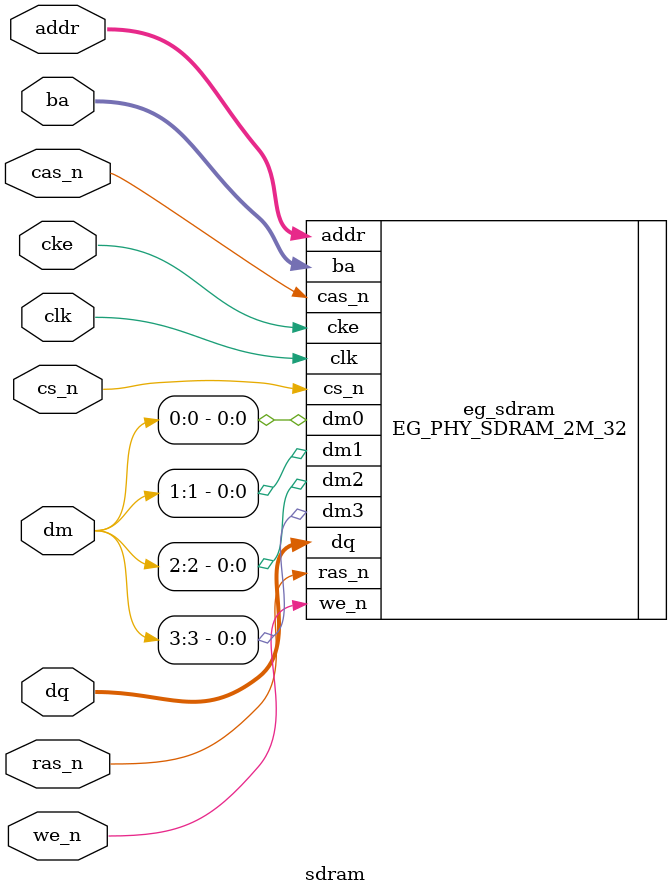
<source format=v>
module sdram(clk, ras_n, cas_n, we_n, addr, ba, dq, cs_n, dm, cke);
input clk;
input ras_n;
input cas_n;
input we_n;
input [10:0]addr;
input [1:0]ba;
inout [31:0]dq;
input cs_n;
input [3:0]dm;
input cke;

EG_PHY_SDRAM_2M_32 eg_sdram(
	.clk(clk),
	.ras_n(ras_n),
	.cas_n(cas_n),
	.we_n(we_n),
	.addr(addr),
	.ba(ba),
	.dq(dq),
	.cs_n(cs_n),
	.dm0(dm[0]),
	.dm1(dm[1]),
	.dm2(dm[2]),
	.dm3(dm[3]),
	.cke(cke)
);
endmodule

</source>
